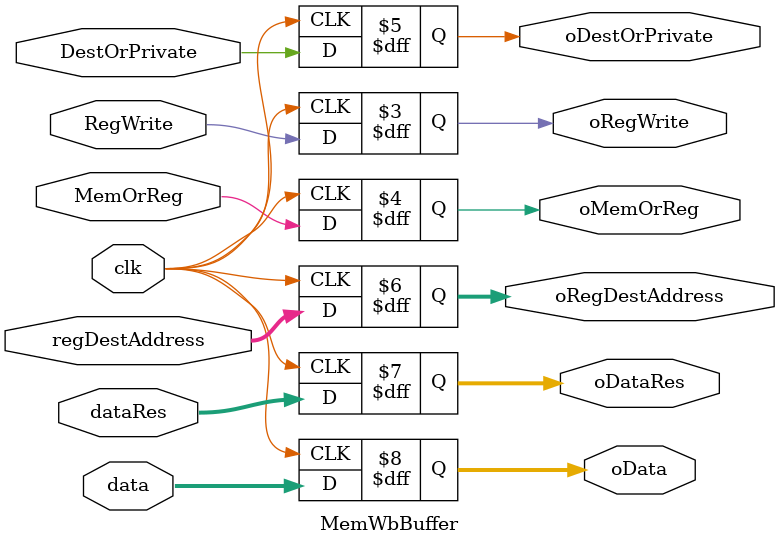
<source format=v>
module MemWbBuffer (
    input RegWrite,
    MemOrReg,
    DestOrPrivate,
    clk,
    input [3:0] regDestAddress,
    input [15:0] dataRes,
    data,
    output reg oRegWrite,
    oMemOrReg,
    oDestOrPrivate,
    output reg [3:0] oRegDestAddress,
    output reg [15:0] oDataRes, oData
);

  initial begin
    oRegWrite = 0;
    oMemOrReg = 0;
    oDestOrPrivate = 0;
    oRegDestAddress = 0;
    oDataRes = 0;
    oData = 0;
  end

  always @(negedge clk) begin
    oRegWrite = RegWrite;
    oMemOrReg = MemOrReg;
    oDestOrPrivate = DestOrPrivate;
    oRegDestAddress = regDestAddress;
    oDataRes = dataRes;
    oData = data;
  end

endmodule

</source>
